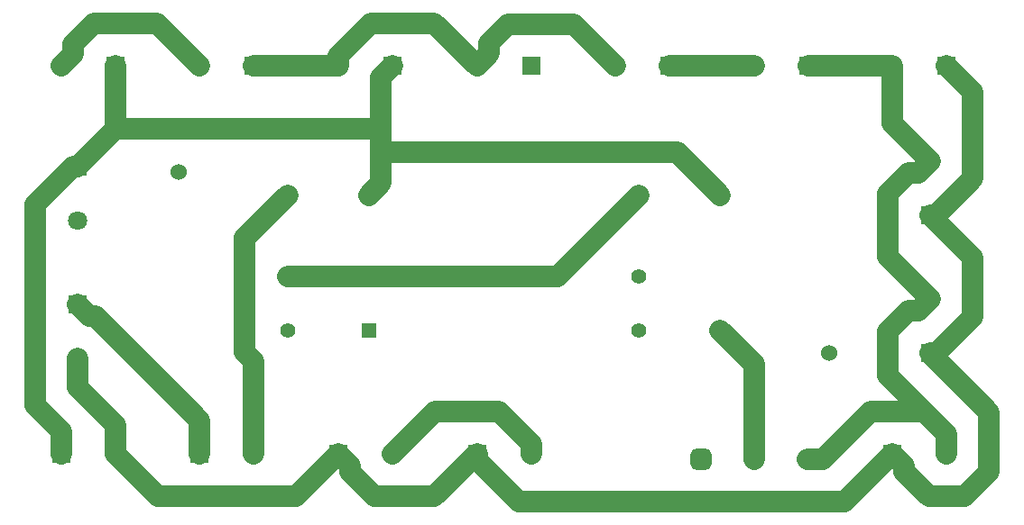
<source format=gbl>
G04*
G04 #@! TF.GenerationSoftware,Altium Limited,Altium Designer,24.7.2 (38)*
G04*
G04 Layer_Physical_Order=2*
G04 Layer_Color=16711680*
%FSLAX44Y44*%
%MOMM*%
G71*
G04*
G04 #@! TF.SameCoordinates,8E014E6F-3DA1-407A-8F63-97A6F4F725C9*
G04*
G04*
G04 #@! TF.FilePolarity,Positive*
G04*
G01*
G75*
%ADD17C,1.4000*%
%ADD18R,1.4000X1.4000*%
%ADD22C,2.0000*%
%ADD23C,1.5240*%
%ADD24C,1.9500*%
G04:AMPARAMS|DCode=25|XSize=1.95mm|YSize=1.95mm|CornerRadius=0.4875mm|HoleSize=0mm|Usage=FLASHONLY|Rotation=0.000|XOffset=0mm|YOffset=0mm|HoleType=Round|Shape=RoundedRectangle|*
%AMROUNDEDRECTD25*
21,1,1.9500,0.9750,0,0,0.0*
21,1,0.9750,1.9500,0,0,0.0*
1,1,0.9750,0.4875,-0.4875*
1,1,0.9750,-0.4875,-0.4875*
1,1,0.9750,-0.4875,0.4875*
1,1,0.9750,0.4875,0.4875*
%
%ADD25ROUNDEDRECTD25*%
%ADD26R,1.8000X1.8000*%
%ADD27C,1.8000*%
%ADD28R,1.8000X1.8000*%
D17*
X271900Y-338500D02*
D03*
Y-287700D02*
D03*
Y-211500D02*
D03*
X348100D02*
D03*
X601900Y-338500D02*
D03*
Y-287700D02*
D03*
Y-211500D02*
D03*
X678100D02*
D03*
D18*
X348100Y-338500D02*
D03*
X678100D02*
D03*
D22*
X359600Y-150000D02*
Y-100800D01*
Y-175000D02*
Y-150000D01*
X110400Y-149200D02*
X358800D01*
X359600Y-150000D01*
X231900Y-251500D02*
X271900Y-211500D01*
X231900Y-358816D02*
Y-251500D01*
Y-358816D02*
X240400Y-367316D01*
Y-455000D02*
Y-367316D01*
X449600Y-460769D02*
Y-455000D01*
Y-460769D02*
X488831Y-500000D01*
X330400Y-471569D02*
Y-465800D01*
X353831Y-495000D02*
X409600D01*
X449600Y-455000D01*
X319600D02*
X330400Y-465800D01*
Y-471569D02*
X353831Y-495000D01*
X370400Y-455000D02*
X410400Y-415000D01*
X470026D02*
X500400Y-445374D01*
Y-455000D02*
Y-445374D01*
X410400Y-415000D02*
X470026D01*
X359600Y-200000D02*
Y-175000D01*
X363100Y-171500D02*
X638100D01*
X678100Y-211500D01*
X359600Y-175000D02*
X363100Y-171500D01*
X271900Y-287700D02*
X525700D01*
X601900Y-211500D01*
X35000Y-220246D02*
X70646Y-184600D01*
X35000Y-409068D02*
Y-220246D01*
X70646Y-184600D02*
X75000D01*
X35000Y-409068D02*
X59600Y-433669D01*
Y-455000D02*
Y-433669D01*
X75000Y-392500D02*
X110400Y-427900D01*
X75000Y-392500D02*
Y-365400D01*
X110400Y-455000D02*
X150400Y-495000D01*
X110400Y-455000D02*
Y-427900D01*
X279600Y-495000D02*
X319600Y-455000D01*
X150400Y-495000D02*
X279600D01*
X794600Y-500000D02*
X839600Y-455000D01*
X488831Y-500000D02*
X794600D01*
X774174Y-460000D02*
X819174Y-415000D01*
X760000Y-460000D02*
X774174D01*
X869174Y-415000D02*
X890400Y-436226D01*
X835000Y-380826D02*
X869174Y-415000D01*
X819174D02*
X869174D01*
X930400Y-471569D02*
Y-415800D01*
X850400Y-471569D02*
Y-465800D01*
X873831Y-495000D02*
X906969D01*
X850400Y-471569D02*
X873831Y-495000D01*
X839600Y-455000D02*
X850400Y-465800D01*
X890400Y-455000D02*
Y-436226D01*
X835000Y-380826D02*
Y-339974D01*
X854574Y-320400D01*
X864200D01*
X875000Y-309600D01*
Y-360400D02*
X930400Y-415800D01*
X875000Y-360400D02*
X880769D01*
X915000Y-326169D01*
X835000Y-269600D02*
X875000Y-309600D01*
X835000Y-269600D02*
Y-209974D01*
X854574Y-190400D01*
X864200D01*
X875000Y-179600D01*
X880769Y-230400D02*
X915000Y-196168D01*
X890400Y-90000D02*
X915000Y-114600D01*
X875000Y-230400D02*
X880769D01*
X915000Y-196168D02*
Y-114600D01*
X875000Y-230400D02*
X915000Y-270400D01*
Y-326169D02*
Y-270400D01*
X906969Y-495000D02*
X930400Y-471569D01*
X839600Y-144200D02*
X875000Y-179600D01*
X839600Y-144200D02*
Y-90000D01*
X540600Y-51000D02*
X579600Y-90000D01*
X478974Y-51000D02*
X540600D01*
X461400Y-68574D02*
X478974Y-51000D01*
X461400Y-78200D02*
Y-68574D01*
X449600Y-90000D02*
X461400Y-78200D01*
X409600Y-50000D02*
X449600Y-90000D01*
X349974Y-50000D02*
X409600D01*
X319600Y-80374D02*
X349974Y-50000D01*
X319600Y-90000D02*
Y-80374D01*
X149600Y-50000D02*
X189600Y-90000D01*
X70400Y-69574D02*
X89974Y-50000D01*
X70400Y-79200D02*
Y-69574D01*
X89974Y-50000D02*
X149600D01*
X59600Y-90000D02*
X70400Y-79200D01*
X348100Y-211500D02*
X359600Y-200000D01*
Y-100800D02*
X370400Y-90000D01*
X91568Y-325400D02*
X189600Y-423431D01*
Y-455000D02*
Y-423431D01*
X75000Y-314600D02*
X85800Y-325400D01*
X91568D01*
X710000Y-460000D02*
Y-370400D01*
X678100Y-338500D02*
X710000Y-370400D01*
X760400Y-90000D02*
X839600D01*
X630400D02*
X709600D01*
X240400D02*
X319600D01*
X75000Y-184600D02*
X110400Y-149200D01*
Y-90000D01*
D23*
X780000Y-360000D02*
D03*
X170000Y-190000D02*
D03*
D24*
X710000Y-460000D02*
D03*
X760000D02*
D03*
D25*
X660000D02*
D03*
D26*
X75000Y-184600D02*
D03*
Y-314600D02*
D03*
X875000Y-360400D02*
D03*
Y-230400D02*
D03*
D27*
X75000Y-235400D02*
D03*
Y-365400D02*
D03*
X110400Y-455000D02*
D03*
X240400D02*
D03*
X370400D02*
D03*
X500400D02*
D03*
X890400D02*
D03*
X875000Y-309600D02*
D03*
Y-179600D02*
D03*
X839600Y-90000D02*
D03*
X709600D02*
D03*
X579600D02*
D03*
X449600D02*
D03*
X319600D02*
D03*
X189600D02*
D03*
X59600D02*
D03*
D28*
Y-455000D02*
D03*
X189600D02*
D03*
X319600D02*
D03*
X449600D02*
D03*
X839600D02*
D03*
X890400Y-90000D02*
D03*
X760400D02*
D03*
X630400D02*
D03*
X500400D02*
D03*
X370400D02*
D03*
X240400D02*
D03*
X110400D02*
D03*
M02*

</source>
